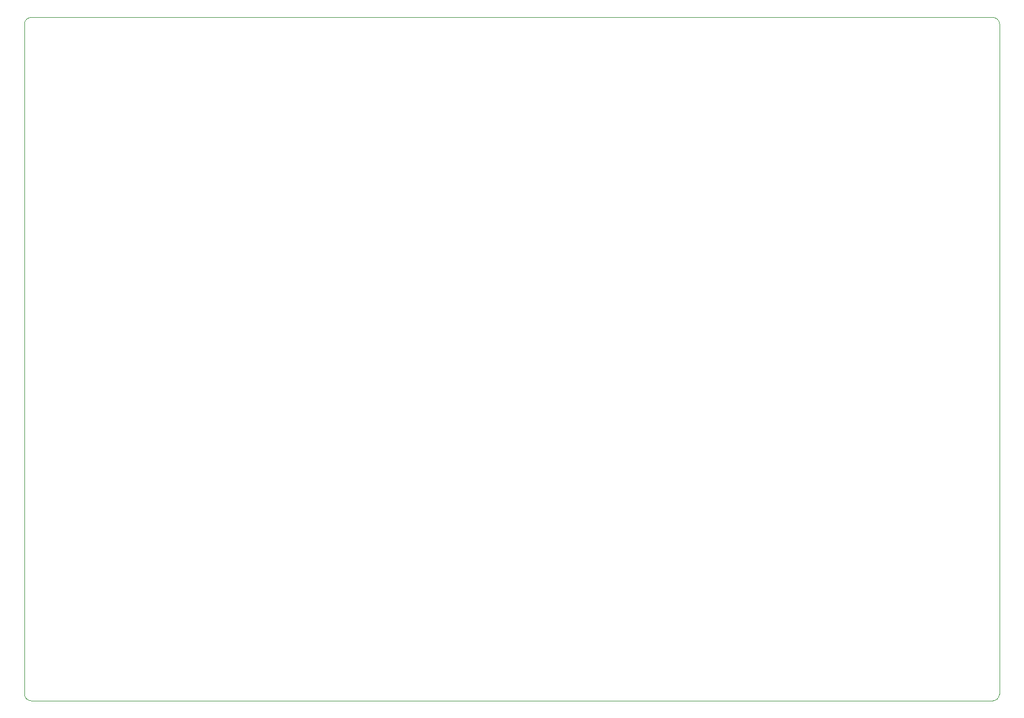
<source format=gko>
%TF.GenerationSoftware,KiCad,Pcbnew,5.99.0-unknown-eb819a3b25~139~ubuntu20.04.1*%
%TF.CreationDate,2021-10-10T19:22:44-07:00*%
%TF.ProjectId,PrntrBoardV2,50726e74-7242-46f6-9172-6456322e6b69,rev?*%
%TF.SameCoordinates,PX160b110PY9be08a8*%
%TF.FileFunction,Profile,NP*%
%FSLAX46Y46*%
G04 Gerber Fmt 4.6, Leading zero omitted, Abs format (unit mm)*
G04 Created by KiCad (PCBNEW 5.99.0-unknown-eb819a3b25~139~ubuntu20.04.1) date 2021-10-10 19:22:44*
%MOMM*%
%LPD*%
G01*
G04 APERTURE LIST*
%TA.AperFunction,Profile*%
%ADD10C,0.050000*%
%TD*%
G04 APERTURE END LIST*
D10*
X0Y999000D02*
X0Y103267000D01*
X1000000Y-1000D02*
G75*
G02*
X0Y999000I0J1000000D01*
G01*
X147717000Y0D02*
X1000000Y-1000D01*
X148716999Y103267001D02*
X148707556Y999911D01*
X0Y103267000D02*
G75*
G02*
X1000000Y104267000I1000000J0D01*
G01*
X147726399Y104267044D02*
G75*
G02*
X148716999Y103267001I1J-990644D01*
G01*
X1000000Y104267000D02*
X147726400Y104267044D01*
X148707556Y999911D02*
G75*
G02*
X147717000Y0I-990556J-9311D01*
G01*
M02*

</source>
